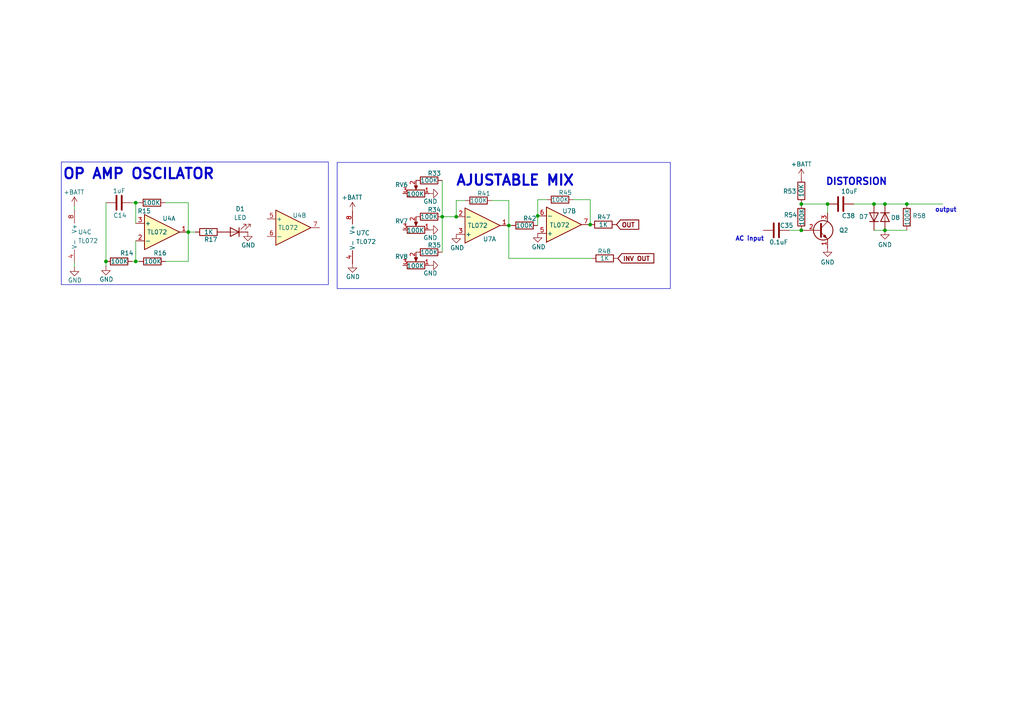
<source format=kicad_sch>
(kicad_sch (version 20231120) (generator "eeschema") (generator_version "8.0")
  (paper "A4")
  (lib_symbols
    (symbol "Amplifier_Audio:LM386" (pin_names (offset 0.127))
      (property "Reference" "U" (at 1.27 7.62 0))
      (property "Value" "LM386" (at 1.27 5.08 0))
      (symbol "LM386_0_1"
        (polyline (pts (xy 5.08 0) (xy -5.08 5.08) (xy -5.08 -5.08) (xy 5.08 0)) (stroke (width 0.254)) (fill (type background)))
      )
      (symbol "LM386_1_1"
        (pin input line (at 0 -7.62 90) (length 5.08) (name "GAIN") (number "1"))
        (pin input line (at -7.62 -2.54 0) (length 2.54) (name "-") (number "2"))
        (pin input line (at -7.62 2.54 0) (length 2.54) (name "+") (number "3"))
        (pin power_in line (at -2.54 -7.62 90) (length 3.81) (name "GND") (number "4"))
        (pin output line (at 7.62 0 180) (length 2.54) (name "~") (number "5"))
        (pin power_in line (at -2.54 7.62 270) (length 3.81) (name "V+") (number "6"))
        (pin input line (at 0 7.62 270) (length 5.08) (name "BYPASS") (number "7"))
        (pin input line (at 2.54 -7.62 90) (length 6.35) (name "GAIN") (number "8"))
      )
    )
    (symbol "Amplifier_Operational:TL072" (pin_names (offset 0.127))
      (property "Reference" "U" (at 0 5.08 0))
      (property "Value" "TL072" (at 0 -5.08 0))
      (symbol "TL072_1_1"
        (polyline (pts (xy -5.08 5.08) (xy 5.08 0) (xy -5.08 -5.08) (xy -5.08 5.08)) (stroke (width 0.254)) (fill (type background)))
        (pin output line (at 7.62 0 180) (length 2.54) (name "~") (number "1"))
        (pin input line (at -7.62 -2.54 0) (length 2.54) (name "-") (number "2"))
        (pin input line (at -7.62 2.54 0) (length 2.54) (name "+") (number "3"))
      )
      (symbol "TL072_2_1"
        (polyline (pts (xy -5.08 5.08) (xy 5.08 0) (xy -5.08 -5.08) (xy -5.08 5.08)) (stroke (width 0.254)) (fill (type background)))
        (pin input line (at -7.62 2.54 0) (length 2.54) (name "+") (number "5"))
        (pin input line (at -7.62 -2.54 0) (length 2.54) (name "-") (number "6"))
        (pin output line (at 7.62 0 180) (length 2.54) (name "~") (number "7"))
      )
      (symbol "TL072_3_1"
        (pin power_in line (at -2.54 -7.62 90) (length 3.81) (name "V-") (number "4"))
        (pin power_in line (at -2.54 7.62 270) (length 3.81) (name "V+") (number "8"))
      )
    )
    (symbol "Connector:Barrel_Jack_MountingPin" (pin_names hide)
      (property "Reference" "J" (at 0 5.334 0))
      (property "Value" "Barrel_Jack_MountingPin" (at 1.27 -6.35 0))
      (symbol "Barrel_Jack_MountingPin_0_1"
        (rectangle (start -5.08 3.81) (end 5.08 -3.81) (stroke (width 0.254)) (fill (type background)))
        (arc (start -3.302 3.175) (mid -3.9343 2.54) (end -3.302 1.905) (stroke (width 0.254)))
        (arc (start -3.302 3.175) (mid -3.9343 2.54) (end -3.302 1.905) (stroke (width 0.254)) (fill (type outline)))
        (polyline (pts (xy 5.08 2.54) (xy 3.81 2.54)) (stroke (width 0.254)))
        (polyline (pts (xy -3.81 -2.54) (xy -2.54 -2.54) (xy -1.27 -1.27) (xy 0 -2.54) (xy 2.54 -2.54) (xy 5.08 -2.54)) (stroke (width 0.254)))
        (rectangle (start 3.683 3.175) (end -3.302 1.905) (stroke (width 0.254)) (fill (type outline)))
      )
      (symbol "Barrel_Jack_MountingPin_1_1"
        (polyline (pts (xy -1.016 -4.572) (xy 1.016 -4.572)) (stroke (width 0.1524)))
        (text "Mounting" (at 0 -4.191 0) (effects (font (size 0.381 0.381))))
        (pin passive line (at 7.62 2.54 180) (length 2.54) (name "~") (number "1"))
        (pin passive line (at 7.62 -2.54 180) (length 2.54) (name "~") (number "2"))
        (pin passive line (at 0 -7.62 90) (length 3.048) (name "MountPin") (number "MP"))
      )
    )
    (symbol "Connector_Audio:AudioJack2_Ground"
      (property "Reference" "J" (at 0 8.89 0))
      (property "Value" "AudioJack2_Ground" (at 0 6.35 0))
      (symbol "AudioJack2_Ground_0_1"
        (rectangle (start -2.54 -2.54) (end -3.81 0) (stroke (width 0.254)) (fill (type outline)))
        (polyline (pts (xy 0 0) (xy 0.635 -0.635) (xy 1.27 0) (xy 2.54 0)) (stroke (width 0.254)))
        (polyline (pts (xy 2.54 2.54) (xy -0.635 2.54) (xy -0.635 0) (xy -1.27 -0.635) (xy -1.905 0)) (stroke (width 0.254)))
        (rectangle (start 2.54 3.81) (end -2.54 -2.54) (stroke (width 0.254)) (fill (type background)))
      )
      (symbol "AudioJack2_Ground_1_1"
        (pin passive line (at 0 -5.08 90) (length 2.54) (name "~") (number "G"))
        (pin passive line (at 5.08 2.54 180) (length 2.54) (name "~") (number "S"))
        (pin passive line (at 5.08 0 180) (length 2.54) (name "~") (number "T"))
      )
    )
    (symbol "Device:C" (pin_numbers hide) (pin_names (offset 0.254))
      (property "Reference" "C" (at 0.635 2.54 0))
      (property "Value" "C" (at 0.635 -2.54 0))
      (symbol "C_0_1"
        (polyline (pts (xy -2.032 -0.762) (xy 2.032 -0.762)) (stroke (width 0.508)))
        (polyline (pts (xy -2.032 0.762) (xy 2.032 0.762)) (stroke (width 0.508)))
      )
      (symbol "C_1_1"
        (pin passive line (at 0 3.81 270) (length 2.794) (name "~") (number "1"))
        (pin passive line (at 0 -3.81 90) (length 2.794) (name "~") (number "2"))
      )
    )
    (symbol "Device:C_Polarized" (pin_numbers hide) (pin_names (offset 0.254))
      (property "Reference" "C" (at 0.635 2.54 0))
      (property "Value" "C_Polarized" (at 0.635 -2.54 0))
      (symbol "C_Polarized_0_1"
        (rectangle (start -2.286 0.508) (end 2.286 1.016))
        (polyline (pts (xy -1.778 2.286) (xy -0.762 2.286)))
        (polyline (pts (xy -1.27 2.794) (xy -1.27 1.778)))
        (rectangle (start 2.286 -0.508) (end -2.286 -1.016) (fill (type outline)))
      )
      (symbol "C_Polarized_1_1"
        (pin passive line (at 0 3.81 270) (length 2.794) (name "~") (number "1"))
        (pin passive line (at 0 -3.81 90) (length 2.794) (name "~") (number "2"))
      )
    )
    (symbol "Device:C_Polarized_US" (pin_numbers hide) (pin_names (offset 0.254) hide)
      (property "Reference" "C" (at 0.635 2.54 0))
      (property "Value" "C_Polarized_US" (at 0.635 -2.54 0))
      (symbol "C_Polarized_US_0_1"
        (polyline (pts (xy -2.032 0.762) (xy 2.032 0.762)) (stroke (width 0.508)))
        (polyline (pts (xy -1.778 2.286) (xy -0.762 2.286)))
        (polyline (pts (xy -1.27 1.778) (xy -1.27 2.794)))
        (arc (start 2.032 -1.27) (mid 0 -0.5572) (end -2.032 -1.27) (stroke (width 0.508)))
      )
      (symbol "C_Polarized_US_1_1"
        (pin passive line (at 0 3.81 270) (length 2.794) (name "~") (number "1"))
        (pin passive line (at 0 -3.81 90) (length 3.302) (name "~") (number "2"))
      )
    )
    (symbol "Device:LED" (pin_numbers hide) (pin_names (offset 1.016) hide)
      (property "Reference" "D" (at 0 2.54 0))
      (property "Value" "LED" (at 0 -2.54 0))
      (symbol "LED_0_1"
        (polyline (pts (xy -1.27 -1.27) (xy -1.27 1.27)) (stroke (width 0.254)))
        (polyline (pts (xy -1.27 0) (xy 1.27 0)))
        (polyline (pts (xy 1.27 -1.27) (xy 1.27 1.27) (xy -1.27 0) (xy 1.27 -1.27)) (stroke (width 0.254)))
        (polyline (pts (xy -3.048 -0.762) (xy -4.572 -2.286) (xy -3.81 -2.286) (xy -4.572 -2.286) (xy -4.572 -1.524)))
        (polyline (pts (xy -1.778 -0.762) (xy -3.302 -2.286) (xy -2.54 -2.286) (xy -3.302 -2.286) (xy -3.302 -1.524)))
      )
      (symbol "LED_1_1"
        (pin passive line (at -3.81 0 0) (length 2.54) (name "K") (number "1"))
        (pin passive line (at 3.81 0 180) (length 2.54) (name "A") (number "2"))
      )
    )
    (symbol "Device:Microphone" (pin_names (offset 0.0254) hide)
      (property "Reference" "MK" (at -3.81 1.27 0))
      (property "Value" "Microphone" (at -3.81 -0.635 0))
      (symbol "Microphone_0_1"
        (polyline (pts (xy -2.54 2.54) (xy -2.54 -2.54)) (stroke (width 0.254)))
        (polyline (pts (xy 0.254 3.81) (xy 0.762 3.81)))
        (polyline (pts (xy 0.508 4.064) (xy 0.508 3.556)))
        (circle (center 0 0) (radius 2.54) (stroke (width 0.254)))
      )
      (symbol "Microphone_1_1"
        (pin passive line (at 0 -5.08 90) (length 2.54) (name "-") (number "1"))
        (pin passive line (at 0 5.08 270) (length 2.54) (name "+") (number "2"))
      )
    )
    (symbol "Device:R" (pin_numbers hide) (pin_names (offset 0))
      (property "Reference" "R" (at 2.032 0 90))
      (property "Value" "R" (at 0 0 90))
      (symbol "R_0_1"
        (rectangle (start -1.016 -2.54) (end 1.016 2.54) (stroke (width 0.254)))
      )
      (symbol "R_1_1"
        (pin passive line (at 0 3.81 270) (length 1.27) (name "~") (number "1"))
        (pin passive line (at 0 -3.81 90) (length 1.27) (name "~") (number "2"))
      )
    )
    (symbol "Device:R_Potentiometer" (pin_names (offset 1.016) hide)
      (property "Reference" "RV" (at -4.445 0 90))
      (property "Value" "R_Potentiometer" (at -2.54 0 90))
      (symbol "R_Potentiometer_0_1"
        (polyline (pts (xy 2.54 0) (xy 1.524 0)))
        (polyline (pts (xy 1.143 0) (xy 2.286 0.508) (xy 2.286 -0.508) (xy 1.143 0)) (fill (type outline)))
        (rectangle (start 1.016 2.54) (end -1.016 -2.54) (stroke (width 0.254)))
      )
      (symbol "R_Potentiometer_1_1"
        (pin passive line (at 0 3.81 270) (length 1.27) (name "1") (number "1"))
        (pin passive line (at 3.81 0 180) (length 1.27) (name "2") (number "2"))
        (pin passive line (at 0 -3.81 90) (length 1.27) (name "3") (number "3"))
      )
    )
    (symbol "Device:Speaker" (pin_names (offset 0) hide)
      (property "Reference" "LS" (at 1.27 5.715 0))
      (property "Value" "Speaker" (at 1.27 3.81 0))
      (symbol "Speaker_0_0"
        (rectangle (start -2.54 1.27) (end 1.016 -3.81) (stroke (width 0.254)))
        (polyline (pts (xy 1.016 1.27) (xy 3.556 3.81) (xy 3.556 -6.35) (xy 1.016 -3.81)) (stroke (width 0.254)))
      )
      (symbol "Speaker_1_1"
        (pin input line (at -5.08 0 0) (length 2.54) (name "1") (number "1"))
        (pin input line (at -5.08 -2.54 0) (length 2.54) (name "2") (number "2"))
      )
    )
    (symbol "Diode:1N4001" (pin_numbers hide) (pin_names hide)
      (property "Reference" "D" (at 0 2.54 0))
      (property "Value" "1N4001" (at 0 -2.54 0))
      (symbol "1N4001_0_1"
        (polyline (pts (xy -1.27 1.27) (xy -1.27 -1.27)) (stroke (width 0.254)))
        (polyline (pts (xy 1.27 0) (xy -1.27 0)))
        (polyline (pts (xy 1.27 1.27) (xy 1.27 -1.27) (xy -1.27 0) (xy 1.27 1.27)) (stroke (width 0.254)))
      )
      (symbol "1N4001_1_1"
        (pin passive line (at -3.81 0 0) (length 2.54) (name "K") (number "1"))
        (pin passive line (at 3.81 0 180) (length 2.54) (name "A") (number "2"))
      )
    )
    (symbol "MCU_Module:Arduino_UNO_R3"
      (property "Reference" "A" (at -10.16 23.495 0))
      (property "Value" "Arduino_UNO_R3" (at 5.08 -26.67 0))
      (symbol "Arduino_UNO_R3_0_1"
        (rectangle (start -10.16 22.86) (end 10.16 -25.4) (stroke (width 0.254)) (fill (type background)))
      )
      (symbol "Arduino_UNO_R3_1_1"
        (pin no_connect line (at -10.16 -20.32 0) (length 2.54) hide (name "NC") (number "1"))
        (pin bidirectional line (at 12.7 -2.54 180) (length 2.54) (name "A1") (number "10"))
        (pin bidirectional line (at 12.7 -5.08 180) (length 2.54) (name "A2") (number "11"))
        (pin bidirectional line (at 12.7 -7.62 180) (length 2.54) (name "A3") (number "12"))
        (pin bidirectional line (at 12.7 -10.16 180) (length 2.54) (name "SDA/A4") (number "13"))
        (pin bidirectional line (at 12.7 -12.7 180) (length 2.54) (name "SCL/A5") (number "14"))
        (pin bidirectional line (at -12.7 15.24 0) (length 2.54) (name "D0/RX") (number "15"))
        (pin bidirectional line (at -12.7 12.7 0) (length 2.54) (name "D1/TX") (number "16"))
        (pin bidirectional line (at -12.7 10.16 0) (length 2.54) (name "D2") (number "17"))
        (pin bidirectional line (at -12.7 7.62 0) (length 2.54) (name "D3") (number "18"))
        (pin bidirectional line (at -12.7 5.08 0) (length 2.54) (name "D4") (number "19"))
        (pin output line (at 12.7 10.16 180) (length 2.54) (name "IOREF") (number "2"))
        (pin bidirectional line (at -12.7 2.54 0) (length 2.54) (name "D5") (number "20"))
        (pin bidirectional line (at -12.7 0 0) (length 2.54) (name "D6") (number "21"))
        (pin bidirectional line (at -12.7 -2.54 0) (length 2.54) (name "D7") (number "22"))
        (pin bidirectional line (at -12.7 -5.08 0) (length 2.54) (name "D8") (number "23"))
        (pin bidirectional line (at -12.7 -7.62 0) (length 2.54) (name "D9") (number "24"))
        (pin bidirectional line (at -12.7 -10.16 0) (length 2.54) (name "D10") (number "25"))
        (pin bidirectional line (at -12.7 -12.7 0) (length 2.54) (name "D11") (number "26"))
        (pin bidirectional line (at -12.7 -15.24 0) (length 2.54) (name "D12") (number "27"))
        (pin bidirectional line (at -12.7 -17.78 0) (length 2.54) (name "D13") (number "28"))
        (pin power_in line (at -2.54 -27.94 90) (length 2.54) (name "GND") (number "29"))
        (pin input line (at 12.7 15.24 180) (length 2.54) (name "~{RESET}") (number "3"))
        (pin input line (at 12.7 5.08 180) (length 2.54) (name "AREF") (number "30"))
        (pin bidirectional line (at 12.7 -17.78 180) (length 2.54) (name "SDA/A4") (number "31"))
        (pin bidirectional line (at 12.7 -20.32 180) (length 2.54) (name "SCL/A5") (number "32"))
        (pin power_out line (at 2.54 25.4 270) (length 2.54) (name "3V3") (number "4"))
        (pin power_out line (at 5.08 25.4 270) (length 2.54) (name "+5V") (number "5"))
        (pin power_in line (at 0 -27.94 90) (length 2.54) (name "GND") (number "6"))
        (pin power_in line (at 2.54 -27.94 90) (length 2.54) (name "GND") (number "7"))
        (pin power_in line (at -2.54 25.4 270) (length 2.54) (name "VIN") (number "8"))
        (pin bidirectional line (at 12.7 0 180) (length 2.54) (name "A0") (number "9"))
      )
    )
    (symbol "Switch:SW_Push" (pin_numbers hide) (pin_names (offset 1.016) hide)
      (property "Reference" "SW" (at 1.27 2.54 0))
      (property "Value" "SW_Push" (at 0 -1.524 0))
      (symbol "SW_Push_0_1"
        (circle (center -2.032 0) (radius 0.508))
        (polyline (pts (xy 0 1.27) (xy 0 3.048)))
        (polyline (pts (xy 2.54 1.27) (xy -2.54 1.27)))
        (circle (center 2.032 0) (radius 0.508))
        (pin passive line (at -5.08 0 0) (length 2.54) (name "1") (number "1"))
        (pin passive line (at 5.08 0 180) (length 2.54) (name "2") (number "2"))
      )
    )
    (symbol "Transistor_BJT:2N2219" (pin_names (offset 0) hide)
      (property "Reference" "Q" (at 5.08 1.905 0))
      (property "Value" "2N2219" (at 5.08 0 0))
      (symbol "2N2219_0_1"
        (polyline (pts (xy 0.635 0.635) (xy 2.54 2.54)))
        (polyline (pts (xy 0.635 -0.635) (xy 2.54 -2.54) (xy 2.54 -2.54)))
        (polyline (pts (xy 0.635 1.905) (xy 0.635 -1.905) (xy 0.635 -1.905)) (stroke (width 0.508)))
        (polyline (pts (xy 1.27 -1.778) (xy 1.778 -1.27) (xy 2.286 -2.286) (xy 1.27 -1.778) (xy 1.27 -1.778)) (fill (type outline)))
        (circle (center 1.27 0) (radius 2.8194) (stroke (width 0.254)))
      )
      (symbol "2N2219_1_1"
        (pin passive line (at 2.54 -5.08 90) (length 2.54) (name "E") (number "1"))
        (pin passive line (at -5.08 0 0) (length 5.715) (name "B") (number "2"))
        (pin passive line (at 2.54 5.08 270) (length 2.54) (name "C") (number "3"))
      )
    )
    (symbol "power:+5V" (power) (pin_names (offset 0))
      (property "Value" "+5V" (at 0 3.556 0))
      (symbol "+5V_0_1"
        (polyline (pts (xy -0.762 1.27) (xy 0 2.54)))
        (polyline (pts (xy 0 0) (xy 0 2.54)))
        (polyline (pts (xy 0 2.54) (xy 0.762 1.27)))
      )
      (symbol "+5V_1_1"
        (pin power_in line (at 0 0 90) (length 0) hide (name "+5V") (number "1"))
      )
    )
    (symbol "power:+9V" (power) (pin_numbers hide) (pin_names (offset 0) hide)
      (property "Value" "+9V" (at 0 3.556 0))
      (symbol "+9V_0_1"
        (polyline (pts (xy -0.762 1.27) (xy 0 2.54)))
        (polyline (pts (xy 0 0) (xy 0 2.54)))
        (polyline (pts (xy 0 2.54) (xy 0.762 1.27)))
      )
      (symbol "+9V_1_1"
        (pin power_in line (at 0 0 90) (length 0) (name "~") (number "1"))
      )
    )
    (symbol "power:+BATT" (power) (pin_names (offset 0))
      (property "Value" "+BATT" (at 0 3.556 0))
      (symbol "+BATT_0_1"
        (polyline (pts (xy -0.762 1.27) (xy 0 2.54)))
        (polyline (pts (xy 0 0) (xy 0 2.54)))
        (polyline (pts (xy 0 2.54) (xy 0.762 1.27)))
      )
      (symbol "+BATT_1_1"
        (pin power_in line (at 0 0 90) (length 0) hide (name "+BATT") (number "1"))
      )
    )
    (symbol "power:GND" (power) (pin_numbers hide) (pin_names (offset 0) hide)
      (property "Value" "GND" (at 0 -3.81 0))
      (symbol "GND_0_1"
        (polyline (pts (xy 0 0) (xy 0 -1.27) (xy 1.27 -1.27) (xy 0 -2.54) (xy -1.27 -1.27) (xy 0 -1.27)))
      )
      (symbol "GND_1_1"
        (pin power_in line (at 0 0 270) (length 0) (name "~") (number "1"))
      )
    )
  )
  (junction (at -53.975 -38.608))
  (junction (at -77.089 -47.752))
  (junction (at -28.321 15.24))
  (junction (at -60.071 31.75))
  (junction (at 256.667 66.802))
  (junction (at -155.321 -91.44))
  (junction (at -32.131 -70.866))
  (junction (at 232.41 66.802))
  (junction (at -56.515 -61.976))
  (junction (at 39.37 75.819))
  (junction (at 39.37 58.801))
  (junction (at 232.41 59.182))
  (junction (at 147.574 65.405))
  (junction (at -199.771 -119.38))
  (junction (at 263.017 59.182))
  (junction (at -135.001 -111.76))
  (junction (at -44.831 6.35))
  (junction (at -64.135 -61.976))
  (junction (at -132.461 -127))
  (junction (at 155.956 62.611))
  (junction (at -108.712 -101.6))
  (junction (at -77.089 -40.132))
  (junction (at -117.602 -111.76))
  (junction (at 256.667 59.182))
  (junction (at 30.734 75.819))
  (junction (at -201.93 -109.22))
  (junction (at 171.196 65.151))
  (junction (at -184.531 -119.38))
  (junction (at 253.492 59.182))
  (junction (at -132.461 -111.76))
  (junction (at -178.689 -119.38))
  (junction (at 128.27 62.865))
  (junction (at -110.871 -111.76))
  (junction (at 132.334 62.865))
  (junction (at 54.61 67.31))
  (junction (at 240.03 59.182))
  (junction (at -46.355 -70.866))
  (no_connect (at -157.861 -144.78))
  (no_connect (at -142.621 -116.84))
  (no_connect (at -168.021 -109.22))
  (no_connect (at -142.621 -132.08))
  (no_connect (at -53.975 -78.486))
  (no_connect (at -168.021 -99.06))
  (no_connect (at -142.621 -124.46))
  (no_connect (at -142.621 -119.38))
  (no_connect (at -168.021 -114.3))
  (no_connect (at -168.021 -111.76))
  (no_connect (at -168.021 -116.84))
  (no_connect (at -142.621 -104.14))
  (no_connect (at -168.021 -134.62))
  (no_connect (at -142.621 -106.807))
  (no_connect (at -168.021 -129.54))
  (no_connect (at -142.621 -121.92))
  (no_connect (at -168.021 -101.6))
  (no_connect (at -142.621 -101.6))
  (no_connect (at -168.021 -124.46))
  (no_connect (at -168.021 -106.68))
  (no_connect (at -142.621 -134.62))
  (no_connect (at -142.621 -114.3))
  (wire (pts (xy 128.27 62.865) (xy 132.334 62.865)))
  (wire (pts (xy -27.051 15.24) (xy -28.321 15.24)))
  (wire (pts (xy 39.37 69.85) (xy 39.37 75.819)))
  (wire (pts (xy -135.001 -111.76) (xy -135.001 -109.22)))
  (wire (pts (xy -31.115 -70.866) (xy -32.131 -70.866)))
  (wire (pts (xy -39.624 -42.164) (xy -39.624 -38.608)))
  (wire (pts (xy 48.006 75.819) (xy 54.61 75.819)))
  (wire (pts (xy -132.461 -111.76) (xy -135.001 -111.76)))
  (wire (pts (xy -132.461 -129.54) (xy -132.461 -127)))
  (wire (pts (xy 128.27 62.865) (xy 128.27 73.152)))
  (wire (pts (xy 166.243 57.912) (xy 171.196 57.912)))
  (wire (pts (xy -51.054 -45.974) (xy -51.435 -45.974)))
  (wire (pts (xy 30.734 58.801) (xy 30.734 75.819)))
  (wire (pts (xy -74.041 -40.132) (xy -77.089 -40.132)))
  (wire (pts (xy -108.712 -106.68) (xy -108.712 -101.6)))
  (wire (pts (xy -64.135 -61.976) (xy -64.135 -68.326)))
  (wire (pts (xy -48.641 6.35) (xy -44.831 6.35)))
  (wire (pts (xy 240.03 61.722) (xy 240.03 59.182)))
  (wire (pts (xy -184.531 -119.888) (xy -184.531 -119.38)))
  (wire (pts (xy -168.021 -119.38) (xy -178.689 -119.38)))
  (wire (pts (xy 56.642 67.31) (xy 54.61 67.31)))
  (wire (pts (xy -110.871 -111.76) (xy -108.712 -111.76)))
  (wire (pts (xy 39.37 58.801) (xy 38.354 58.801)))
  (wire (pts (xy -56.515 -58.293) (xy -56.515 -61.976)))
  (wire (pts (xy 47.879 58.801) (xy 54.61 58.801)))
  (wire (pts (xy 263.017 66.802) (xy 256.667 66.802)))
  (wire (pts (xy -199.771 -116.84) (xy -199.771 -119.38)))
  (wire (pts (xy -199.771 -109.22) (xy -201.93 -109.22)))
  (wire (pts (xy -64.135 -68.326) (xy -61.595 -68.326)))
  (wire (pts (xy 155.956 57.912) (xy 155.956 62.611)))
  (wire (pts (xy 39.37 64.77) (xy 39.37 58.801)))
  (wire (pts (xy -39.624 -38.608) (xy -53.975 -38.608)))
  (wire (pts (xy -128.27 -111.76) (xy -132.461 -111.76)))
  (wire (pts (xy 147.574 74.93) (xy 147.574 65.405)))
  (wire (pts (xy -178.689 -119.38) (xy -184.531 -119.38)))
  (wire (pts (xy -110.871 -101.6) (xy -108.712 -101.6)))
  (wire (pts (xy -64.135 -57.404) (xy -64.135 -61.976)))
  (wire (pts (xy -43.561 -34.29) (xy -53.975 -34.29)))
  (wire (pts (xy -132.461 -127) (xy -132.461 -125.095)))
  (wire (pts (xy 38.354 75.819) (xy 39.37 75.819)))
  (wire (pts (xy 54.61 58.801) (xy 54.61 67.31)))
  (wire (pts (xy 253.492 66.802) (xy 256.667 66.802)))
  (wire (pts (xy 21.59 77.47) (xy 21.59 76.2)))
  (wire (pts (xy -28.321 6.35) (xy -28.321 15.24)))
  (wire (pts (xy -53.975 -34.29) (xy -53.975 -38.608)))
  (wire (pts (xy -199.771 -119.38) (xy -201.93 -119.38)))
  (wire (pts (xy -32.131 -70.866) (xy -32.131 -27.051)))
  (wire (pts (xy 54.61 75.819) (xy 54.61 67.31)))
  (wire (pts (xy 253.492 59.182) (xy 256.667 59.182)))
  (wire (pts (xy 263.017 59.182) (xy 273.431 59.182)))
  (wire (pts (xy -201.93 -114.3) (xy -201.93 -109.22)))
  (wire (pts (xy -32.131 -70.866) (xy -46.355 -70.866)))
  (wire (pts (xy 171.196 57.912) (xy 171.196 65.151)))
  (wire (pts (xy -77.089 -40.132) (xy -80.01 -40.132)))
  (wire (pts (xy 253.492 59.182) (xy 247.65 59.182)))
  (wire (pts (xy 158.623 57.912) (xy 155.956 57.912)))
  (wire (pts (xy 40.259 58.801) (xy 39.37 58.801)))
  (wire (pts (xy -33.401 6.35) (xy -28.321 6.35)))
  (wire (pts (xy -77.089 -47.752) (xy -80.01 -47.752)))
  (wire (pts (xy -108.712 -101.6) (xy -101.092 -101.6)))
  (wire (pts (xy 228.981 66.802) (xy 232.41 66.802)))
  (wire (pts (xy 135.001 58.166) (xy 132.334 58.166)))
  (wire (pts (xy -201.93 -109.22) (xy -209.55 -109.22)))
  (wire (pts (xy -41.021 6.35) (xy -44.831 6.35)))
  (wire (pts (xy -49.911 17.78) (xy -49.911 31.75)))
  (wire (pts (xy -77.089 -47.752) (xy -74.041 -47.752)))
  (wire (pts (xy -61.595 -73.406) (xy -67.183 -73.406)))
  (wire (pts (xy -53.975 -38.608) (xy -53.975 -63.246)))
  (wire (pts (xy -60.071 31.75) (xy -49.911 31.75)))
  (wire (pts (xy 128.27 52.324) (xy 128.27 62.865)))
  (wire (pts (xy -155.321 -91.44) (xy -152.781 -91.44)))
  (wire (pts (xy 21.59 59.69) (xy 21.59 60.96)))
  (wire (pts (xy -77.089 -47.879) (xy -77.089 -47.752)))
  (wire (pts (xy -44.831 17.78) (xy -49.911 17.78)))
  (wire (pts (xy -117.602 -111.76) (xy -110.871 -111.76)))
  (wire (pts (xy -44.831 6.35) (xy -44.831 12.7)))
  (wire (pts (xy -60.071 30.48) (xy -60.071 31.75)))
  (wire (pts (xy 148.336 65.405) (xy 147.574 65.405)))
  (wire (pts (xy -60.071 31.75) (xy -60.071 33.02)))
  (wire (pts (xy -117.602 -111.76) (xy -120.65 -111.76)))
  (wire (pts (xy -157.861 -91.44) (xy -155.321 -91.44)))
  (wire (pts (xy 30.734 77.216) (xy 30.734 75.819)))
  (wire (pts (xy -63.881 6.35) (xy -68.961 6.35)))
  (wire (pts (xy 142.621 58.166) (xy 147.574 58.166)))
  (wire (pts (xy -110.871 -111.506) (xy -110.871 -111.76)))
  (wire (pts (xy 171.577 74.93) (xy 147.574 74.93)))
  (wire (pts (xy -178.689 -119.126) (xy -178.689 -119.38)))
  (wire (pts (xy -56.515 -61.976) (xy -56.515 -63.246)))
  (wire (pts (xy -28.321 15.24) (xy -29.591 15.24)))
  (wire (pts (xy -51.435 -45.974) (xy -51.435 -63.246)))
  (wire (pts (xy -82.931 39.37) (xy -82.931 41.91)))
  (wire (pts (xy 240.03 59.182) (xy 232.41 59.182)))
  (wire (pts (xy -82.931 58.42) (xy -82.931 57.15)))
  (wire (pts (xy 39.37 75.819) (xy 40.386 75.819)))
  (wire (pts (xy -184.531 -119.38) (xy -184.531 -118.999)))
  (wire (pts (xy 147.574 58.166) (xy 147.574 65.405)))
  (wire (pts (xy -39.751 -27.051) (xy -39.751 -30.48)))
  (wire (pts (xy 263.017 59.182) (xy 256.667 59.182)))
  (wire (pts (xy 132.334 58.166) (xy 132.334 62.865)))
  (wire (pts (xy 155.956 62.611) (xy 155.956 65.405)))
  (wire (pts (xy -110.871 -101.6) (xy -110.871 -103.886)))
  (rectangle (start 17.78 46.99) (end 95.25 82.55))
  (rectangle (start -55.499 -50.292) (end -29.21 -21.717))
  (rectangle (start 97.79 47.117) (end 194.437 83.693))
  (text "output\n\n" (at 271.145 63.754 0) (effects (font (size 1.27 1.27) (bold yes)) (justify left bottom)))
  (text "VOLUME" (at -69.215 -70.993 0) (effects (font (size 0.6 0.6) (thickness 0.12) (bold yes)) (justify left bottom)))
  (text "AJUSTABLE MIX\n" (at 132.08 54.229 0) (effects (font (size 3 3) (bold yes)) (justify left bottom)))
  (text "OP AMP OSCILATOR" (at 18.034 52.324 0) (effects (font (size 3 3) (thickness 0.6) (bold yes)) (justify left bottom)))
  (text "Bass Boost" (at -41.529 -35.433 0) (effects (font (size 0.6 0.6) (thickness 0.12) (bold yes)) (justify left bottom)))
  (text "Gain\n" (at -40.64 -47.117 0) (effects (font (size 0.6 0.6) (thickness 0.12) (bold yes)) (justify left bottom)))
  (text "Removable" (at -45.847 -18.542 0) (effects (font (size 2 2) (thickness 0.12) (bold yes) (italic yes)) (justify left bottom)))
  (text "#include \"MiniArDSP.h\"\n#define PWM_FREQ 0x00FF // pwm frequency - see table\n#define PWM_MODE 0 // Fast (1) or Phase Correct (0)\n#define PWM_QTY 2 // number of pwms, either 1 or 2\n\n  \nPROGMEM  prog_int16_t sinewave[]  = { #include <sinetable.inc> };\nunsigned int location; // lookup table value location\n\nbyte rate = 5; // tremolo rate\nbyte rate_counter; // modifiable version of rate\nunsigned int amplitude; // current tremolo amplitude\nunsigned int button;\n\nvoid setup() {\n	PORTD |= 0x0c; // turn on pullups for pins 2 and 3\n    ADMUX = 0x60; // left adjust, adc0, internal vcc\n    ADCSRA = 0xe5; // turn on adc, ck/32, auto trigger\n    ADCSRB =0x07; // t1 capture for trigger\n    DIDR0 = 0x01; // turn off digital inputs for adc0\n   \n    TCCR1A = (((PWM_QTY - 1) << 5) | 0x80 | (PWM_MODE << 1)); // \n    TCCR1B = ((PWM_MODE << 3) | 0x11); // ck/1\n    TIMSK1 = 0x20; // interrupt on capture interrupt\n    ICR1H = (PWM_FREQ >> 8);\n    ICR1L = (PWM_FREQ & 0xff);\n    DDRB |= ((PWM_QTY << 1) | 0x02); // turn on outputs\n    \n    TIMSK0 = 0; // turn of t0 - no delay() or millis()\n    sei(); // turn on interrupts - not really necessary with arduino\n  }\n   \n  void loop() {\n    while(1); // gets rid of jitter\n}\n  \n  ISR(TIMER1_CAPT_vect, ISR_NAKED) { // ISR_NAKED is used to save\n  \n    byte temp1 = ADCL; // you need to fetch the low byte first\n    byte temp2 = ADCH; // yes it needs to be done this way\n    int input = ((temp2 << 8) | temp1) + 0x8000; // make a signed 16b value\n    \n    button--; // check buttons every so often\n    if (button == 0) {\n      byte temp3 = PIND & 0x0c; // get pin 2 and 3 values\n    if (temp3 == 0) { } \n      else if (temp3 == 0x08) { // up button pressed\n        if (rate == 1); // do nothing\n      else rate--; // make tremolo faster\n       }\n      else if (temp3 == 0x04) { // down button pressed\n         if (rate == 255); // do nothing\n        else rate++; // make tremolo slower\n      }\n      button = 0x0400; // reset counter\n    }\n  \n    rate_counter--; // decrement our counter\n    if (rate_counter == 0) {\n      amplitude = pgm_read_word_near(sinewave + location) + 0x8000;\n      // the + 0x8000 turns the signed value to unsigned\n      location++;\n      location &= 0x03ff; // fast way of doing rollover for 2^n numbers\n      rate_counter = rate; // reset rate counter\n    }\n\n    int output; \n    MultiSU16X16toH16(output, input, amplitude);\n    OCR1AL = (output + 0x8000) >> 8; // convert to unsigned\n    OCR1BL = output; \n    reti(); // return from interrupt - required because of ISR_NAKED\n  } " (at -203.454 64.389 0) (effects (font (size 1.27 1.27)) (justify left bottom)))
  (text "DISTORSION" (at 239.395 53.975 0) (effects (font (size 2 2) (bold yes)) (justify left bottom)))
  (text "AC input\n" (at 213.233 70.104 0) (effects (font (size 1.27 1.27) (bold yes)) (justify left bottom)))
  (global_label "OUT" (shape input) (at 178.816 65.151 0) (effects (font (bold yes))) (property "Intersheetrefs" "${INTERSHEET_REFS}" (effects (hide yes))))
  (global_label "OUT" (shape input) (at -19.431 15.24 0) (effects (font (bold yes))) (property "Intersheetrefs" "${INTERSHEET_REFS}" (effects (hide yes))))
  (global_label "INV OUT" (shape input) (at 179.197 74.93 0) (effects (font (bold yes))) (property "Intersheetrefs" "${INTERSHEET_REFS}" (effects (hide yes))))
  (symbol (lib_id "Device:R") (at -37.211 6.35 90) (unit 1)
    (property "Reference" "R13" (at -35.433 4.064 90))
    (property "Value" "100K" (at -37.211 6.35 90))
    (property "Footprint" "Resistor_THT:R_Axial_DIN0207_L6.3mm_D2.5mm_P10.16mm_Horizontal" (effects (hide yes)))
    (property "Description" "Resistor" (effects (hide yes)))
  )
  (symbol (lib_id "Device:R") (at 232.41 55.372 180) (unit 1)
    (property "Reference" "R53" (at 231.013 55.499 0) (effects (justify left)))
    (property "Value" "10K" (at 232.41 53.34 90) (effects (justify left)))
    (property "Footprint" "Resistor_THT:R_Axial_DIN0207_L6.3mm_D2.5mm_P10.16mm_Horizontal" (effects (hide yes)))
  )
  (symbol (lib_id "Device:R_Potentiometer") (at 120.65 66.675 270) (mirror x) (unit 1)
    (property "Reference" "RV7" (at 118.364 64.135 90) (effects (justify right)))
    (property "Value" "100K" (at 123.063 66.802 90) (effects (justify right)))
  )
  (symbol (lib_id "Device:R") (at -46.355 -59.436 0) (unit 1)
    (property "Reference" "R12" (at -45.339 -57.785 0) (effects (justify left)))
    (property "Value" "10R" (at -46.228 -57.531 90) (effects (justify left)))
    (property "Footprint" "Resistor_THT:R_Axial_DIN0207_L6.3mm_D2.5mm_P10.16mm_Horizontal" (effects (hide yes)))
  )
  (symbol (lib_id "Device:R") (at 175.387 74.93 270) (unit 1)
    (property "Reference" "R48" (at 175.26 72.898 90))
    (property "Value" "1K" (at 175.387 74.93 90))
    (property "Footprint" "Resistor_THT:R_Axial_DIN0207_L6.3mm_D2.5mm_P10.16mm_Horizontal" (effects (hide yes)))
  )
  (symbol (lib_id "Device:C") (at -46.355 -67.056 0) (unit 1)
    (property "Reference" "C10" (at -45.847 -69.215 0) (effects (justify left)))
    (property "Value" "0.1uF" (at -45.72 -64.897 0) (effects (justify left)))
    (property "Footprint" "Capacitor_THT:C_Disc_D4.3mm_W1.9mm_P5.00mm" (effects (hide yes)))
  )
  (symbol (lib_id "power:GND") (at 124.46 56.134 90) (unit 1)
    (property "Reference" "#PWR053" (effects (hide yes)))
    (property "Value" "GND" (at 126.873 58.42 90) (effects (justify left)))
  )
  (symbol (lib_id "Device:C_Polarized") (at -188.341 -119.38 270) (unit 1)
    (property "Reference" "C1" (at -187.452 -123.444 90))
    (property "Value" "10uF" (at -187.96 -115.697 90))
    (property "Footprint" "Capacitor_THT:C_Disc_D4.3mm_W1.9mm_P5.00mm" (effects (hide yes)))
  )
  (symbol (lib_id "Device:C_Polarized_US") (at -74.041 -43.942 0) (unit 1)
    (property "Reference" "C6" (at -72.898 -41.275 90))
    (property "Value" "100uF" (at -70.612 -42.291 90))
    (property "Footprint" "Capacitor_THT:C_Disc_D4.3mm_W1.9mm_P5.00mm" (effects (hide yes)))
  )
  (symbol (lib_id "Switch:SW_Push") (at -137.541 -127 0) (unit 1)
    (property "Reference" "SW2" (at -129.794 -127 0))
    (property "Value" "SW_Push" (effects (hide yes)))
  )
  (symbol (lib_id "power:+BATT") (at 102.235 61.214 0) (unit 1)
    (property "Reference" "#PWR048" (effects (hide yes)))
    (property "Value" "+BATT" (at 102.108 57.277 0))
  )
  (symbol (lib_id "Device:LED") (at 68.072 67.31 180) (unit 1)
    (property "Reference" "D1" (at 69.6595 60.579 0))
    (property "Value" "LED" (at 69.6595 63.119 0))
  )
  (symbol (lib_id "Device:R") (at -117.602 -107.95 180) (unit 1)
    (property "Reference" "R7" (at -115.062 -106.045 0))
    (property "Value" "10K" (at -117.602 -107.95 90))
    (property "Footprint" "Resistor_THT:R_Axial_DIN0207_L6.3mm_D2.5mm_P10.16mm_Horizontal" (effects (hide yes)))
  )
  (symbol (lib_id "power:+5V") (at -184.531 -127.508 0) (unit 1)
    (property "Reference" "#PWR01" (effects (hide yes)))
    (property "Value" "+5V" (at -184.785 -130.937 0))
  )
  (symbol (lib_id "Device:R_Potentiometer") (at 120.65 76.962 270) (mirror x) (unit 1)
    (property "Reference" "RV8" (at 118.364 74.422 90) (effects (justify right)))
    (property "Value" "100K" (at 123.063 77.089 90) (effects (justify right)))
  )
  (symbol (lib_id "Device:R") (at -138.811 -111.76 270) (unit 1)
    (property "Reference" "R5" (at -137.287 -113.665 90))
    (property "Value" "3.9K" (at -138.811 -111.76 90))
    (property "Footprint" "Resistor_THT:R_Axial_DIN0207_L6.3mm_D2.5mm_P10.16mm_Horizontal" (effects (hide yes)))
  )
  (symbol (lib_id "Device:R") (at 124.46 52.324 270) (unit 1)
    (property "Reference" "R33" (at 125.984 50.292 90))
    (property "Value" "100K" (at 124.46 52.324 90))
    (property "Footprint" "Resistor_THT:R_Axial_DIN0207_L6.3mm_D2.5mm_P10.16mm_Horizontal" (effects (hide yes)))
  )
  (symbol (lib_id "power:GND") (at 21.59 77.47 0) (unit 1)
    (property "Reference" "#PWR025" (effects (hide yes)))
    (property "Value" "GND" (at 21.717 81.28 0))
  )
  (symbol (lib_id "Device:R") (at 44.196 75.819 90) (unit 1)
    (property "Reference" "R16" (at 48.387 73.406 90) (effects (justify left)))
    (property "Value" "100K" (at 46.863 75.819 90) (effects (justify left)))
    (property "Footprint" "Resistor_THT:R_Axial_DIN0207_L6.3mm_D2.5mm_P10.16mm_Horizontal" (effects (hide yes)))
  )
  (symbol (lib_id "Device:C") (at 243.84 59.182 90) (unit 1)
    (property "Reference" "C38" (at 248.031 62.611 90) (effects (justify left)))
    (property "Value" "10uF" (at 248.793 55.499 90) (effects (justify left)))
    (property "Footprint" "Capacitor_THT:C_Disc_D4.3mm_W1.9mm_P5.00mm" (effects (hide yes)))
  )
  (symbol (lib_id "Switch:SW_Push") (at -137.541 -129.54 0) (unit 1)
    (property "Reference" "SW1" (at -129.921 -129.54 0))
    (property "Value" "SW_Push" (effects (hide yes)))
  )
  (symbol (lib_id "Device:R") (at 152.146 65.405 270) (unit 1)
    (property "Reference" "R42" (at 153.67 63.373 90))
    (property "Value" "100K" (at 152.146 65.405 90))
    (property "Footprint" "Resistor_THT:R_Axial_DIN0207_L6.3mm_D2.5mm_P10.16mm_Horizontal" (effects (hide yes)))
  )
  (symbol (lib_id "power:+BATT") (at -56.515 -78.486 0) (unit 1)
    (property "Reference" "#PWR020" (effects (hide yes)))
    (property "Value" "+BATT" (at -56.515 -82.423 0))
  )
  (symbol (lib_id "Amplifier_Audio:LM386") (at -53.975 -70.866 0) (unit 1)
    (property "Reference" "U3" (at -48.895 -76.2 0))
    (property "Value" "LM386" (at -50.546 -74.295 0))
    (property "Datasheet" "http://www.ti.com/lit/ds/symlink/lm386.pdf" (effects (hide yes)))
  )
  (symbol (lib_id "power:GND") (at 124.46 76.962 90) (unit 1)
    (property "Reference" "#PWR055" (effects (hide yes)))
    (property "Value" "GND" (at 126.873 79.248 90) (effects (justify left)))
  )
  (symbol (lib_id "Device:Speaker") (at -18.415 -70.866 0) (unit 1)
    (property "Reference" "LS1" (at -13.208 -70.866 0) (effects (justify left)))
    (property "Value" "Speaker" (at -13.208 -68.326 0) (effects (justify left)))
  )
  (symbol (lib_id "power:GND") (at 240.03 71.882 0) (unit 1)
    (property "Reference" "#PWR077" (effects (hide yes)))
    (property "Value" "GND" (at 240.03 76.073 0))
  )
  (symbol (lib_id "power:GND") (at -23.495 -68.326 0) (unit 1)
    (property "Reference" "#PWR023" (effects (hide yes)))
    (property "Value" "GND" (at -23.495 -64.135 0))
  )
  (symbol (lib_id "Device:R") (at 124.46 73.152 270) (unit 1)
    (property "Reference" "R35" (at 125.984 71.12 90))
    (property "Value" "100K" (at 124.46 73.152 90))
    (property "Footprint" "Resistor_THT:R_Axial_DIN0207_L6.3mm_D2.5mm_P10.16mm_Horizontal" (effects (hide yes)))
  )
  (symbol (lib_id "Device:R") (at -60.071 36.83 180) (unit 1)
    (property "Reference" "R10" (at -56.769 37.846 0))
    (property "Value" "10K" (at -56.261 35.814 0))
    (property "Footprint" "Resistor_THT:R_Axial_DIN0207_L6.3mm_D2.5mm_P10.16mm_Horizontal" (effects (hide yes)))
    (property "Description" "Resistor" (effects (hide yes)))
  )
  (symbol (lib_id "Device:R") (at 60.452 67.31 270) (unit 1)
    (property "Reference" "R17" (at 59.182 69.469 90) (effects (justify left)))
    (property "Value" "1K" (at 59.182 67.31 90) (effects (justify left)))
    (property "Footprint" "Resistor_THT:R_Axial_DIN0207_L6.3mm_D2.5mm_P10.16mm_Horizontal" (effects (hide yes)))
  )
  (symbol (lib_id "power:+9V") (at -60.071 22.86 0) (unit 1)
    (property "Reference" "#PWR018" (effects (hide yes)))
    (property "Value" "+9V" (at -60.579 19.05 0))
    (property "Description" "Power symbol creates a global label with name \"+9V\"" (effects (hide yes)))
  )
  (symbol (lib_id "Device:R") (at -52.451 6.35 90) (unit 1)
    (property "Reference" "R11" (at -50.673 4.064 90))
    (property "Value" "1K" (at -52.451 6.35 90))
    (property "Footprint" "Resistor_THT:R_Axial_DIN0207_L6.3mm_D2.5mm_P10.16mm_Horizontal" (effects (hide yes)))
    (property "Description" "Resistor" (effects (hide yes)))
  )
  (symbol (lib_id "Device:R") (at -138.811 -109.22 270) (unit 1)
    (property "Reference" "R6" (at -137.287 -107.188 90))
    (property "Value" "1M" (at -138.811 -109.22 90))
    (property "Footprint" "Resistor_THT:R_Axial_DIN0207_L6.3mm_D2.5mm_P10.16mm_Horizontal" (effects (hide yes)))
  )
  (symbol (lib_id "power:GND") (at 102.235 76.454 0) (unit 1)
    (property "Reference" "#PWR049" (effects (hide yes)))
    (property "Value" "GND" (at 102.362 80.264 0))
  )
  (symbol (lib_id "power:GND") (at 155.956 67.691 0) (unit 1)
    (property "Reference" "#PWR060" (effects (hide yes)))
    (property "Value" "GND" (at 154.178 71.628 0) (effects (justify left)))
  )
  (symbol (lib_id "Diode:1N4001") (at 253.492 62.992 90) (unit 1)
    (property "Reference" "D7" (at 250.444 62.865 90))
    (property "Value" "1N4001" (effects (hide yes)))
    (property "Footprint" "Diode_THT:D_DO-41_SOD81_P10.16mm_Horizontal" (effects (hide yes)))
    (property "Datasheet" "http://www.vishay.com/docs/88503/1n4001.pdf" (effects (hide yes)))
    (property "Sim.Device" "D" (effects (hide yes)))
    (property "Sim.Pins" "1=K 2=A" (effects (hide yes)))
  )
  (symbol (lib_id "power:+5V") (at -160.401 -144.78 0) (unit 1)
    (property "Reference" "#PWR04" (effects (hide yes)))
    (property "Value" "+5V" (at -160.655 -148.209 0))
  )
  (symbol (lib_id "power:GND") (at -117.602 -104.14 0) (unit 1)
    (property "Reference" "#PWR09" (effects (hide yes)))
    (property "Value" "GND" (at -117.602 -100.33 0))
  )
  (symbol (lib_id "Amplifier_Operational:TL072") (at 104.775 68.834 0) (unit 3)
    (property "Reference" "U7" (at 103.251 67.564 0) (effects (justify left)))
    (property "Value" "TL072" (at 103.251 70.104 0) (effects (justify left)))
    (property "Datasheet" "http://www.ti.com/lit/ds/symlink/tl071.pdf" (effects (hide yes)))
  )
  (symbol (lib_id "Device:C") (at -132.461 -107.95 0) (unit 1)
    (property "Reference" "C3" (at -131.826 -109.982 0) (effects (justify left)))
    (property "Value" "4.7nF" (at -131.953 -105.664 0) (effects (justify left)))
    (property "Footprint" "Capacitor_THT:C_Disc_D4.3mm_W1.9mm_P5.00mm" (effects (hide yes)))
  )
  (symbol (lib_id "power:GND") (at -64.135 -57.404 0) (unit 1)
    (property "Reference" "#PWR017" (effects (hide yes)))
    (property "Value" "GND" (at -64.135 -53.213 0))
  )
  (symbol (lib_id "Device:C_Polarized_US") (at -27.305 -70.866 90) (unit 1)
    (property "Reference" "C12" (at -27.051 -76.073 90))
    (property "Value" "1000uF" (at -25.908 -74.168 90))
    (property "Footprint" "Capacitor_THT:C_Disc_D4.3mm_W1.9mm_P5.00mm" (effects (hide yes)))
  )
  (symbol (lib_id "Device:C_Polarized_US") (at -47.244 -45.974 270) (unit 1)
    (property "Reference" "C9" (at -47.498 -40.767 90))
    (property "Value" "10uF" (at -47.244 -42.672 90))
    (property "Footprint" "Capacitor_THT:C_Disc_D4.3mm_W1.9mm_P5.00mm" (effects (hide yes)))
  )
  (symbol (lib_id "Device:R") (at 124.46 62.865 270) (unit 1)
    (property "Reference" "R34" (at 125.984 60.833 90))
    (property "Value" "100K" (at 124.46 62.865 90))
    (property "Footprint" "Resistor_THT:R_Axial_DIN0207_L6.3mm_D2.5mm_P10.16mm_Horizontal" (effects (hide yes)))
  )
  (symbol (lib_id "power:GND") (at 30.734 77.216 0) (unit 1)
    (property "Reference" "#PWR026" (effects (hide yes)))
    (property "Value" "GND" (at 30.861 81.026 0))
  )
  (symbol (lib_id "Device:R") (at -195.961 -119.38 90) (unit 1)
    (property "Reference" "R2" (at -194.056 -121.412 90))
    (property "Value" "1K" (at -195.961 -119.38 90))
    (property "Footprint" "Resistor_THT:R_Axial_DIN0207_L6.3mm_D2.5mm_P10.16mm_Horizontal" (effects (hide yes)))
  )
  (symbol (lib_id "power:GND") (at 256.667 66.802 0) (unit 1)
    (property "Reference" "#PWR081" (effects (hide yes)))
    (property "Value" "GND" (at 256.667 70.993 0))
  )
  (symbol (lib_id "Device:R_Potentiometer") (at -70.993 -73.406 0) (unit 1)
    (property "Reference" "RV1" (at -65.659 -76.708 0) (effects (justify right)))
    (property "Value" "10K" (at -70.866 -75.311 90) (effects (justify right)))
  )
  (symbol (lib_id "power:GND") (at -60.071 40.64 0) (unit 1)
    (property "Reference" "#PWR019" (effects (hide yes)))
    (property "Value" "GND" (at -60.071 44.958 0))
    (property "Description" "Power symbol creates a global label with name \"GND\" , ground" (effects (hide yes)))
  )
  (symbol (lib_id "power:GND") (at -76.073 -72.136 0) (unit 1)
    (property "Reference" "#PWR014" (effects (hide yes)))
    (property "Value" "GND" (at -76.073 -67.945 0))
  )
  (symbol (lib_id "Device:C") (at -23.241 15.24 90) (unit 1)
    (property "Reference" "C13" (at -23.241 11.684 90))
    (property "Value" "220uF" (at -23.241 18.796 90))
    (property "Footprint" "Capacitor_THT:C_Disc_D4.3mm_W1.9mm_P5.00mm" (effects (hide yes)))
    (property "Description" "Unpolarized capacitor" (effects (hide yes)))
  )
  (symbol (lib_id "power:+BATT") (at -152.781 -144.78 0) (unit 1)
    (property "Reference" "#PWR06" (effects (hide yes)))
    (property "Value" "+BATT" (at -152.908 -148.717 0))
  )
  (symbol (lib_id "power:GND") (at 71.882 67.31 0) (unit 1)
    (property "Reference" "#PWR038" (effects (hide yes)))
    (property "Value" "GND" (at 72.009 71.12 0))
  )
  (symbol (lib_id "Device:R_Potentiometer") (at -39.624 -45.974 90) (mirror x) (unit 1)
    (property "Reference" "RV3" (at -38.354 -43.688 90) (effects (justify right)))
    (property "Value" "10K" (at -41.529 -45.847 90) (effects (justify right)))
  )
  (symbol (lib_id "Diode:1N4001") (at 256.667 62.992 270) (unit 1)
    (property "Reference" "D8" (at 259.715 63.119 90))
    (property "Value" "1N4001" (effects (hide yes)))
    (property "Footprint" "Diode_THT:D_DO-41_SOD81_P10.16mm_Horizontal" (effects (hide yes)))
    (property "Datasheet" "http://www.vishay.com/docs/88503/1n4001.pdf" (effects (hide yes)))
    (property "Sim.Device" "D" (effects (hide yes)))
    (property "Sim.Pins" "1=K 2=A" (effects (hide yes)))
  )
  (symbol (lib_id "power:GND") (at -132.461 -104.14 0) (unit 1)
    (property "Reference" "#PWR08" (effects (hide yes)))
    (property "Value" "GND" (at -132.334 -100.33 0))
  )
  (symbol (lib_id "Device:R") (at -110.871 -107.696 0) (mirror y) (unit 1)
    (property "Reference" "R8" (at -112.268 -109.093 0) (effects (justify left)))
    (property "Value" "1M" (at -110.871 -106.299 90) (effects (justify left)))
    (property "Footprint" "Resistor_THT:R_Axial_DIN0207_L6.3mm_D2.5mm_P10.16mm_Horizontal" (effects (hide yes)))
  )
  (symbol (lib_id "Amplifier_Operational:TL072") (at 163.576 65.151 0) (mirror x) (unit 2)
    (property "Reference" "U7" (at 165.1 61.214 0))
    (property "Value" "TL072" (at 162.306 65.278 0))
    (property "Datasheet" "http://www.ti.com/lit/ds/symlink/tl071.pdf" (effects (hide yes)))
  )
  (symbol (lib_id "Device:C") (at 225.171 66.802 90) (unit 1)
    (property "Reference" "C35" (at 230.124 65.405 90) (effects (justify left)))
    (property "Value" "0.1uF" (at 228.6 70.231 90) (effects (justify left)))
    (property "Footprint" "Capacitor_THT:C_Disc_D4.3mm_W1.9mm_P5.00mm" (effects (hide yes)))
  )
  (symbol (lib_id "Amplifier_Operational:TL072") (at 85.09 66.04 0) (unit 2)
    (property "Reference" "U4" (at 86.868 62.484 0))
    (property "Value" "TL072" (at 83.566 66.04 0))
    (property "Datasheet" "http://www.ti.com/lit/ds/symlink/tl071.pdf" (effects (hide yes)))
  )
  (symbol (lib_id "Device:Microphone") (at -68.961 11.43 0) (unit 1)
    (property "Reference" "MK1" (at -67.945 14.732 0) (effects (justify left)))
    (property "Value" "Microphone" (effects (hide yes)))
    (property "Description" "Microphone" (effects (hide yes)))
  )
  (symbol (lib_id "power:+BATT") (at -77.089 -47.879 0) (unit 1)
    (property "Reference" "#PWR012" (effects (hide yes)))
    (property "Value" "+BATT" (at -77.089 -51.816 0))
  )
  (symbol (lib_id "power:GND") (at -56.515 -58.293 0) (unit 1)
    (property "Reference" "#PWR021" (effects (hide yes)))
    (property "Value" "GND" (at -56.515 -54.102 0))
  )
  (symbol (lib_id "Transistor_BJT:2N2219") (at 237.49 66.802 0) (unit 1)
    (property "Reference" "Q2" (at 243.332 66.802 0) (effects (justify left)))
    (property "Value" "2N2219" (effects (hide yes)))
    (property "Footprint" "Package_TO_SOT_THT:TO-39-3" (effects (hide yes)))
    (property "Datasheet" "http://www.onsemi.com/pub_link/Collateral/2N2219-D.PDF" (effects (hide yes)))
  )
  (symbol (lib_id "Amplifier_Operational:TL072") (at 24.13 68.58 0) (unit 3)
    (property "Reference" "U4" (at 22.606 67.31 0) (effects (justify left)))
    (property "Value" "TL072" (at 22.606 69.85 0) (effects (justify left)))
    (property "Datasheet" "http://www.ti.com/lit/ds/symlink/tl071.pdf" (effects (hide yes)))
  )
  (symbol (lib_id "power:+9V") (at -82.931 39.37 0) (mirror y) (unit 1)
    (property "Reference" "#PWR010" (effects (hide yes)))
    (property "Value" "+9V" (at -82.931 34.29 0))
    (property "Description" "Power symbol creates a global label with name \"+9V\"" (effects (hide yes)))
  )
  (symbol (lib_id "Device:R") (at 232.41 62.992 0) (unit 1)
    (property "Reference" "R54" (at 227.33 62.357 0) (effects (justify left)))
    (property "Value" "100K" (at 232.537 65.532 90) (effects (justify left)))
    (property "Footprint" "Resistor_THT:R_Axial_DIN0207_L6.3mm_D2.5mm_P10.16mm_Horizontal" (effects (hide yes)))
  )
  (symbol (lib_id "Device:C") (at 34.544 58.801 90) (unit 1)
    (property "Reference" "C14" (at 34.798 62.484 90))
    (property "Value" "1uF" (at 34.544 55.372 90))
    (property "Footprint" "Capacitor_THT:C_Disc_D4.3mm_W1.9mm_P5.00mm" (effects (hide yes)))
  )
  (symbol (lib_id "Device:R") (at 175.006 65.151 270) (unit 1)
    (property "Reference" "R47" (at 175.133 62.992 90))
    (property "Value" "1K" (at 175.006 65.151 90))
    (property "Footprint" "Resistor_THT:R_Axial_DIN0207_L6.3mm_D2.5mm_P10.16mm_Horizontal" (effects (hide yes)))
  )
  (symbol (lib_id "MCU_Module:Arduino_UNO_R3") (at -155.321 -119.38 0) (mirror y) (unit 1)
    (property "Reference" "A1" (at -148.082 -145.796 0) (effects (justify left)))
    (property "Value" "Arduino_UNO_R3" (at -136.271 -143.637 0) (effects (justify left)))
    (property "Footprint" "Module:Arduino_UNO_R3" (effects (hide yes)))
    (property "Datasheet" "https://www.arduino.cc/en/Main/arduinoBoardUno" (effects (hide yes)))
  )
  (symbol (lib_id "Device:R_Potentiometer") (at 120.65 56.134 270) (mirror x) (unit 1)
    (property "Reference" "RV6" (at 118.364 53.594 90) (effects (justify right)))
    (property "Value" "100K" (at 123.063 56.261 90) (effects (justify right)))
  )
  (symbol (lib_id "power:GND") (at -184.531 -111.379 0) (unit 1)
    (property "Reference" "#PWR02" (effects (hide yes)))
    (property "Value" "GND" (at -184.531 -107.569 0))
  )
  (symbol (lib_id "Amplifier_Operational:TL072") (at -85.471 49.53 0) (mirror y) (unit 3)
    (property "Reference" "U1" (at -84.201 48.2599 0) (effects (justify left)))
    (property "Value" "TL072" (at -84.201 50.7999 0) (effects (justify left)))
    (property "Footprint" "Package_DIP:DIP-8_W7.62mm" (effects (hide yes)))
    (property "Datasheet" "http://www.ti.com/lit/ds/symlink/tl071.pdf" (effects (hide yes)))
    (property "Description" "Dual Low-Noise JFET-Input Operational Amplifiers, DIP-8/SOIC-8" (effects (hide yes)))
  )
  (symbol (lib_id "Device:C") (at -178.689 -115.316 0) (unit 1)
    (property "Reference" "C2" (at -175.768 -116.586 0) (effects (justify left)))
    (property "Value" "15nF" (at -175.768 -114.046 0) (effects (justify left)))
    (property "Footprint" "Capacitor_THT:C_Disc_D4.3mm_W1.9mm_P5.00mm" (effects (hide yes)))
  )
  (symbol (lib_id "Device:R") (at 138.811 58.166 270) (unit 1)
    (property "Reference" "R41" (at 140.335 56.134 90))
    (property "Value" "100K" (at 138.811 58.166 90))
    (property "Footprint" "Resistor_THT:R_Axial_DIN0207_L6.3mm_D2.5mm_P10.16mm_Horizontal" (effects (hide yes)))
  )
  (symbol (lib_id "Connector:Barrel_Jack_MountingPin") (at -101.092 -109.22 0) (mirror y) (unit 1)
    (property "Reference" "J2" (at -101.092 -117.729 0))
    (property "Value" "Barrel_Jack_MountingPin" (at -101.092 -115.189 0))
    (property "Footprint" "Connector_BarrelJack:BarrelJack_SwitchcraftConxall_RAPC10U_Horizontal" (effects (hide yes)))
  )
  (symbol (lib_id "power:GND") (at -46.355 -55.626 0) (unit 1)
    (property "Reference" "#PWR022" (effects (hide yes)))
    (property "Value" "GND" (at -46.355 -51.435 0))
  )
  (symbol (lib_id "Device:C") (at -35.941 -27.051 90) (unit 1)
    (property "Reference" "C11" (at -32.258 -28.194 90) (effects (justify left)))
    (property "Value" "33nF" (at -33.147 -23.749 90) (effects (justify left)))
    (property "Footprint" "Capacitor_THT:C_Disc_D4.3mm_W1.9mm_P5.00mm" (effects (hide yes)))
  )
  (symbol (lib_id "Connector_Audio:AudioJack2_Ground") (at -76.073 -77.216 0) (unit 1)
    (property "Reference" "J3" (at -76.708 -85.725 0))
    (property "Value" "AudioJack_Input" (at -76.708 -83.185 0))
  )
  (symbol (lib_id "power:GND") (at 132.334 67.945 0) (unit 1)
    (property "Reference" "#PWR057" (effects (hide yes)))
    (property "Value" "GND" (at 130.556 71.882 0) (effects (justify left)))
  )
  (symbol (lib_id "power:+BATT") (at 21.59 59.69 0) (unit 1)
    (property "Reference" "#PWR024" (effects (hide yes)))
    (property "Value" "+BATT" (at 21.463 55.753 0))
  )
  (symbol (lib_id "power:GND") (at -70.993 -69.596 0) (unit 1)
    (property "Reference" "#PWR015" (effects (hide yes)))
    (property "Value" "GND" (at -70.993 -65.405 0))
  )
  (symbol (lib_id "Amplifier_Operational:TL072") (at -37.211 15.24 0) (mirror x) (unit 1)
    (property "Reference" "U2" (at -37.211 23.368 0))
    (property "Value" "TL072" (at -37.211 21.082 0))
    (property "Footprint" "Package_DIP:DIP-8_W7.62mm" (effects (hide yes)))
    (property "Datasheet" "http://www.ti.com/lit/ds/symlink/tl071.pdf" (effects (hide yes)))
    (property "Description" "Dual Low-Noise JFET-Input Operational Amplifiers, DIP-8/SOIC-8" (effects (hide yes)))
  )
  (symbol (lib_id "Device:R") (at 263.017 62.992 0) (unit 1)
    (property "Reference" "R58" (at 264.668 62.611 0) (effects (justify left)))
    (property "Value" "100K" (at 263.144 65.532 90) (effects (justify left)))
    (property "Footprint" "Resistor_THT:R_Axial_DIN0207_L6.3mm_D2.5mm_P10.16mm_Horizontal" (effects (hide yes)))
  )
  (symbol (lib_id "power:GND") (at -132.461 -125.095 0) (unit 1)
    (property "Reference" "#PWR07" (effects (hide yes)))
    (property "Value" "GND" (at -132.334 -121.285 0))
  )
  (symbol (lib_id "Device:R") (at -184.531 -123.698 180) (unit 1)
    (property "Reference" "R3" (at -181.991 -125.222 0))
    (property "Value" "10K" (at -184.531 -123.698 90))
    (property "Footprint" "Resistor_THT:R_Axial_DIN0207_L6.3mm_D2.5mm_P10.16mm_Horizontal" (effects (hide yes)))
  )
  (symbol (lib_id "Device:C") (at -80.01 -43.942 0) (unit 1)
    (property "Reference" "C5" (at -78.867 -40.259 90) (effects (justify left)))
    (property "Value" "0.1uF" (at -83.312 -41.148 90) (effects (justify left)))
    (property "Footprint" "Capacitor_THT:C_Disc_D4.3mm_W1.9mm_P5.00mm" (effects (hide yes)))
  )
  (symbol (lib_id "power:GND") (at 124.46 66.675 90) (unit 1)
    (property "Reference" "#PWR054" (effects (hide yes)))
    (property "Value" "GND" (at 126.873 68.961 90) (effects (justify left)))
  )
  (symbol (lib_id "power:GND") (at -178.689 -111.506 0) (unit 1)
    (property "Reference" "#PWR03" (effects (hide yes)))
    (property "Value" "GND" (at -178.562 -107.696 0))
  )
  (symbol (lib_id "Device:R") (at -199.771 -113.03 0) (unit 1)
    (property "Reference" "R1" (at -198.501 -114.554 0) (effects (justify left)))
    (property "Value" "1M" (at -199.771 -111.633 90) (effects (justify left)))
    (property "Footprint" "Resistor_THT:R_Axial_DIN0207_L6.3mm_D2.5mm_P10.16mm_Horizontal" (effects (hide yes)))
  )
  (symbol (lib_id "Device:C") (at -60.325 -61.976 90) (unit 1)
    (property "Reference" "C7" (at -56.642 -63.119 90) (effects (justify left)))
    (property "Value" "470pF" (at -57.531 -58.674 90) (effects (justify left)))
    (property "Footprint" "Capacitor_THT:C_Disc_D4.3mm_W1.9mm_P5.00mm" (effects (hide yes)))
  )
  (symbol (lib_id "Device:R") (at -60.071 26.67 180) (unit 1)
    (property "Reference" "R9" (at -56.769 27.686 0))
    (property "Value" "10K" (at -56.261 25.654 0))
    (property "Footprint" "Resistor_THT:R_Axial_DIN0207_L6.3mm_D2.5mm_P10.16mm_Horizontal" (effects (hide yes)))
    (property "Description" "Resistor" (effects (hide yes)))
  )
  (symbol (lib_id "power:GND") (at -155.321 -91.44 0) (unit 1)
    (property "Reference" "#PWR05" (effects (hide yes)))
    (property "Value" "GND" (at -155.194 -87.63 0))
  )
  (symbol (lib_id "power:GND") (at -82.931 58.42 0) (mirror y) (unit 1)
    (property "Reference" "#PWR011" (effects (hide yes)))
    (property "Value" "GND" (at -82.677 62.738 0))
    (property "Description" "Power symbol creates a global label with name \"GND\" , ground" (effects (hide yes)))
  )
  (symbol (lib_id "Device:R_Potentiometer") (at -39.751 -34.29 90) (mirror x) (unit 1)
    (property "Reference" "RV2" (at -38.481 -32.004 90) (effects (justify right)))
    (property "Value" "10K" (at -41.656 -34.163 90) (effects (justify right)))
  )
  (symbol (lib_id "Device:R") (at 34.544 75.819 90) (unit 1)
    (property "Reference" "R14" (at 38.735 73.406 90) (effects (justify left)))
    (property "Value" "100K" (at 37.211 75.819 90) (effects (justify left)))
    (property "Footprint" "Resistor_THT:R_Axial_DIN0207_L6.3mm_D2.5mm_P10.16mm_Horizontal" (effects (hide yes)))
  )
  (symbol (lib_id "Connector:Barrel_Jack_MountingPin") (at -209.55 -116.84 0) (unit 1)
    (property "Reference" "J1" (at -209.55 -125.349 0))
    (property "Value" "Barrel_Jack_MountingPin" (at -209.55 -122.809 0))
    (property "Footprint" "Connector_BarrelJack:BarrelJack_SwitchcraftConxall_RAPC10U_Horizontal" (effects (hide yes)))
  )
  (symbol (lib_id "Device:R") (at 44.069 58.801 270) (unit 1)
    (property "Reference" "R15" (at 39.878 61.214 90) (effects (justify left)))
    (property "Value" "100K" (at 41.402 58.801 90) (effects (justify left)))
    (property "Footprint" "Resistor_THT:R_Axial_DIN0207_L6.3mm_D2.5mm_P10.16mm_Horizontal" (effects (hide yes)))
  )
  (symbol (lib_id "Amplifier_Operational:TL072") (at -71.501 49.53 0) (unit 2)
    (property "Reference" "U2" (at -71.501 41.402 0))
    (property "Value" "TL072" (at -71.501 43.688 0))
    (property "Footprint" "Package_DIP:DIP-8_W7.62mm" (effects (hide yes)))
    (property "Datasheet" "http://www.ti.com/lit/ds/symlink/tl071.pdf" (effects (hide yes)))
    (property "Description" "Dual Low-Noise JFET-Input Operational Amplifiers, DIP-8/SOIC-8" (effects (hide yes)))
  )
  (symbol (lib_id "power:+BATT") (at 232.41 51.562 0) (unit 1)
    (property "Reference" "#PWR075" (effects (hide yes)))
    (property "Value" "+BATT" (at 232.41 47.625 0))
  )
  (symbol (lib_id "Device:R") (at -184.531 -115.189 180) (unit 1)
    (property "Reference" "R4" (at -182.118 -116.713 0))
    (property "Value" "10K" (at -184.531 -115.189 90))
    (property "Footprint" "Resistor_THT:R_Axial_DIN0207_L6.3mm_D2.5mm_P10.16mm_Horizontal" (effects (hide yes)))
  )
  (symbol (lib_id "Device:C") (at -60.071 6.35 90) (unit 1)
    (property "Reference" "C8" (at -60.071 2.794 90))
    (property "Value" "10uF" (at -60.071 9.906 90))
    (property "Footprint" "Capacitor_THT:C_Disc_D4.3mm_W1.9mm_P5.00mm" (effects (hide yes)))
    (property "Description" "Unpolarized capacitor" (effects (hide yes)))
  )
  (symbol (lib_id "Amplifier_Operational:TL072") (at 46.99 67.31 0) (unit 1)
    (property "Reference" "U4" (at 49.022 63.373 0))
    (property "Value" "TL072" (at 45.593 67.31 0))
    (property "Datasheet" "http://www.ti.com/lit/ds/symlink/tl071.pdf" (effects (hide yes)))
  )
  (symbol (lib_id "Device:C_Polarized") (at -124.46 -111.76 90) (unit 1)
    (property "Reference" "C4" (at -121.666 -113.284 90))
    (property "Value" "10uF" (at -124.333 -108.458 90))
    (property "Footprint" "Capacitor_THT:C_Disc_D4.3mm_W1.9mm_P5.00mm" (effects (hide yes)))
  )
  (symbol (lib_id "Device:R") (at 162.433 57.912 270) (unit 1)
    (property "Reference" "R45" (at 163.957 55.88 90))
    (property "Value" "100K" (at 162.433 57.912 90))
    (property "Footprint" "Resistor_THT:R_Axial_DIN0207_L6.3mm_D2.5mm_P10.16mm_Horizontal" (effects (hide yes)))
  )
  (symbol (lib_id "power:GND") (at -77.089 -40.132 0) (unit 1)
    (property "Reference" "#PWR013" (effects (hide yes)))
    (property "Value" "GND" (at -78.74 -36.322 0) (effects (justify left)))
  )
  (symbol (lib_id "power:GND") (at -68.961 16.51 0) (unit 1)
    (property "Reference" "#PWR016" (effects (hide yes)))
    (property "Value" "GND" (at -68.961 20.701 0))
  )
  (symbol (lib_id "Amplifier_Operational:TL072") (at 139.954 65.405 0) (mirror x) (unit 1)
    (property "Reference" "U7" (at 141.986 69.342 0))
    (property "Value" "TL072" (at 138.557 65.405 0))
    (property "Datasheet" "http://www.ti.com/lit/ds/symlink/tl071.pdf" (effects (hide yes)))
  )
)
</source>
